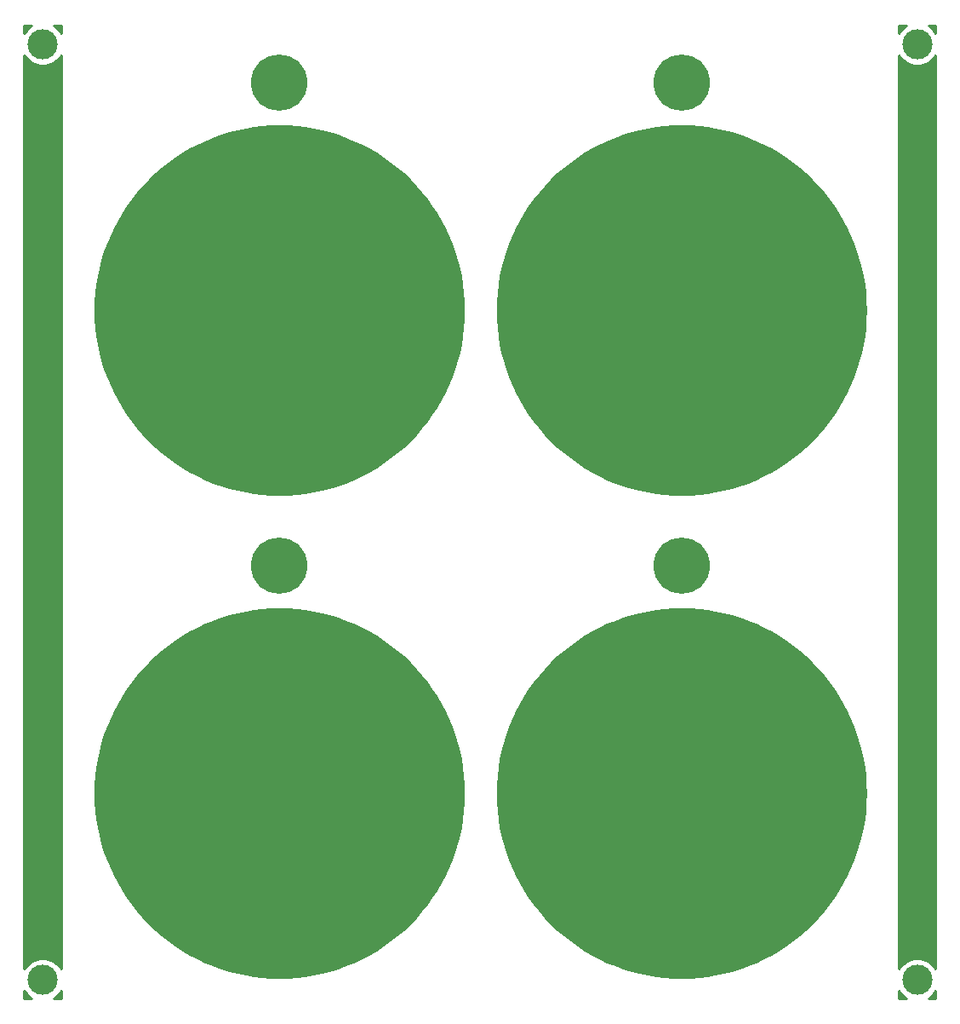
<source format=gtl>
%MOIN*%
%OFA0B0*%
%FSLAX46Y46*%
%IPPOS*%
%LPD*%
%ADD10C,0.22047244094488189*%
%ADD11C,0.01*%
%ADD22C,0.11811023622047245*%
%ADD23C,0.01*%
%ADD24C,0.22047244094488189*%
%ADD25C,0.01*%
%ADD26C,0.22047244094488189*%
%ADD27C,0.01*%
%ADD28C,0.22047244094488189*%
%ADD29C,0.01*%
%ADD30C,0.11811023622047245*%
%ADD31C,0.01*%
D10*
X0000314960Y0000118110D02*
X0001064960Y0001758110D03*
D11*
G36*
X0001098212Y0001587340D02*
G01*
X0001131393Y0001585037D01*
X0001164433Y0001581204D01*
X0001197260Y0001575849D01*
X0001229804Y0001568984D01*
X0001261998Y0001560623D01*
X0001293769Y0001550784D01*
X0001325053Y0001539489D01*
X0001355783Y0001526760D01*
X0001385891Y0001512626D01*
X0001415315Y0001497117D01*
X0001443991Y0001480265D01*
X0001471857Y0001462107D01*
X0001498856Y0001442681D01*
X0001524929Y0001422029D01*
X0001550020Y0001400195D01*
X0001574076Y0001377226D01*
X0001597046Y0001353170D01*
X0001618880Y0001328078D01*
X0001639531Y0001302006D01*
X0001658957Y0001275007D01*
X0001677115Y0001247141D01*
X0001693967Y0001218465D01*
X0001709477Y0001189041D01*
X0001723610Y0001158932D01*
X0001736339Y0001128203D01*
X0001747635Y0001096919D01*
X0001757473Y0001065147D01*
X0001765834Y0001032953D01*
X0001772700Y0001000409D01*
X0001778054Y0000967583D01*
X0001781887Y0000934543D01*
X0001784191Y0000901362D01*
X0001784959Y0000868110D01*
X0001784191Y0000834858D01*
X0001781887Y0000801677D01*
X0001778054Y0000768637D01*
X0001772700Y0000735810D01*
X0001765834Y0000703266D01*
X0001757473Y0000671072D01*
X0001747635Y0000639301D01*
X0001736339Y0000608017D01*
X0001723610Y0000577287D01*
X0001709477Y0000547179D01*
X0001693967Y0000517755D01*
X0001677115Y0000489079D01*
X0001658957Y0000461213D01*
X0001639531Y0000434213D01*
X0001618880Y0000408141D01*
X0001597046Y0000383050D01*
X0001574076Y0000358994D01*
X0001550020Y0000336024D01*
X0001524929Y0000314190D01*
X0001498856Y0000293539D01*
X0001471857Y0000274112D01*
X0001443991Y0000255955D01*
X0001415315Y0000239103D01*
X0001385891Y0000223593D01*
X0001355783Y0000209459D01*
X0001325053Y0000196731D01*
X0001293769Y0000185435D01*
X0001261998Y0000175597D01*
X0001229804Y0000167236D01*
X0001197260Y0000160370D01*
X0001164433Y0000155016D01*
X0001131393Y0000151182D01*
X0001098212Y0000148879D01*
X0001064960Y0000148111D01*
X0001031708Y0000148879D01*
X0000998527Y0000151182D01*
X0000965487Y0000155016D01*
X0000932661Y0000160370D01*
X0000900116Y0000167236D01*
X0000867923Y0000175597D01*
X0000836151Y0000185435D01*
X0000804867Y0000196731D01*
X0000774137Y0000209459D01*
X0000744029Y0000223593D01*
X0000714605Y0000239103D01*
X0000685929Y0000255955D01*
X0000658063Y0000274112D01*
X0000631064Y0000293539D01*
X0000604991Y0000314190D01*
X0000579900Y0000336024D01*
X0000555844Y0000358994D01*
X0000532875Y0000383050D01*
X0000511041Y0000408141D01*
X0000490389Y0000434213D01*
X0000470963Y0000461213D01*
X0000452805Y0000489079D01*
X0000435953Y0000517755D01*
X0000420444Y0000547179D01*
X0000406310Y0000577287D01*
X0000393581Y0000608017D01*
X0000382286Y0000639301D01*
X0000372447Y0000671072D01*
X0000364086Y0000703266D01*
X0000357221Y0000735810D01*
X0000351866Y0000768637D01*
X0000348033Y0000801677D01*
X0000345730Y0000834858D01*
X0000344961Y0000868110D01*
X0000345730Y0000901362D01*
X0000348033Y0000934543D01*
X0000351866Y0000967583D01*
X0000357221Y0001000409D01*
X0000364086Y0001032953D01*
X0000372447Y0001065147D01*
X0000382286Y0001096919D01*
X0000393581Y0001128203D01*
X0000406310Y0001158932D01*
X0000420444Y0001189041D01*
X0000435953Y0001218465D01*
X0000452805Y0001247141D01*
X0000470963Y0001275007D01*
X0000490389Y0001302006D01*
X0000511041Y0001328078D01*
X0000532875Y0001353170D01*
X0000555844Y0001377226D01*
X0000579900Y0001400195D01*
X0000604991Y0001422029D01*
X0000631064Y0001442681D01*
X0000658063Y0001462107D01*
X0000685929Y0001480265D01*
X0000714605Y0001497117D01*
X0000744029Y0001512626D01*
X0000774137Y0001526760D01*
X0000804867Y0001539489D01*
X0000836151Y0001550784D01*
X0000867923Y0001560623D01*
X0000900116Y0001568984D01*
X0000932661Y0001575849D01*
X0000965487Y0001581204D01*
X0000998527Y0001585037D01*
X0001031708Y0001587340D01*
X0001064960Y0001588108D01*
X0001098212Y0001587340D01*
G37*
X0001098212Y0001587340D02*
X0001131393Y0001585037D01*
X0001164433Y0001581204D01*
X0001197260Y0001575849D01*
X0001229804Y0001568984D01*
X0001261998Y0001560623D01*
X0001293769Y0001550784D01*
X0001325053Y0001539489D01*
X0001355783Y0001526760D01*
X0001385891Y0001512626D01*
X0001415315Y0001497117D01*
X0001443991Y0001480265D01*
X0001471857Y0001462107D01*
X0001498856Y0001442681D01*
X0001524929Y0001422029D01*
X0001550020Y0001400195D01*
X0001574076Y0001377226D01*
X0001597046Y0001353170D01*
X0001618880Y0001328078D01*
X0001639531Y0001302006D01*
X0001658957Y0001275007D01*
X0001677115Y0001247141D01*
X0001693967Y0001218465D01*
X0001709477Y0001189041D01*
X0001723610Y0001158932D01*
X0001736339Y0001128203D01*
X0001747635Y0001096919D01*
X0001757473Y0001065147D01*
X0001765834Y0001032953D01*
X0001772700Y0001000409D01*
X0001778054Y0000967583D01*
X0001781887Y0000934543D01*
X0001784191Y0000901362D01*
X0001784959Y0000868110D01*
X0001784191Y0000834858D01*
X0001781887Y0000801677D01*
X0001778054Y0000768637D01*
X0001772700Y0000735810D01*
X0001765834Y0000703266D01*
X0001757473Y0000671072D01*
X0001747635Y0000639301D01*
X0001736339Y0000608017D01*
X0001723610Y0000577287D01*
X0001709477Y0000547179D01*
X0001693967Y0000517755D01*
X0001677115Y0000489079D01*
X0001658957Y0000461213D01*
X0001639531Y0000434213D01*
X0001618880Y0000408141D01*
X0001597046Y0000383050D01*
X0001574076Y0000358994D01*
X0001550020Y0000336024D01*
X0001524929Y0000314190D01*
X0001498856Y0000293539D01*
X0001471857Y0000274112D01*
X0001443991Y0000255955D01*
X0001415315Y0000239103D01*
X0001385891Y0000223593D01*
X0001355783Y0000209459D01*
X0001325053Y0000196731D01*
X0001293769Y0000185435D01*
X0001261998Y0000175597D01*
X0001229804Y0000167236D01*
X0001197260Y0000160370D01*
X0001164433Y0000155016D01*
X0001131393Y0000151182D01*
X0001098212Y0000148879D01*
X0001064960Y0000148111D01*
X0001031708Y0000148879D01*
X0000998527Y0000151182D01*
X0000965487Y0000155016D01*
X0000932661Y0000160370D01*
X0000900116Y0000167236D01*
X0000867923Y0000175597D01*
X0000836151Y0000185435D01*
X0000804867Y0000196731D01*
X0000774137Y0000209459D01*
X0000744029Y0000223593D01*
X0000714605Y0000239103D01*
X0000685929Y0000255955D01*
X0000658063Y0000274112D01*
X0000631064Y0000293539D01*
X0000604991Y0000314190D01*
X0000579900Y0000336024D01*
X0000555844Y0000358994D01*
X0000532875Y0000383050D01*
X0000511041Y0000408141D01*
X0000490389Y0000434213D01*
X0000470963Y0000461213D01*
X0000452805Y0000489079D01*
X0000435953Y0000517755D01*
X0000420444Y0000547179D01*
X0000406310Y0000577287D01*
X0000393581Y0000608017D01*
X0000382286Y0000639301D01*
X0000372447Y0000671072D01*
X0000364086Y0000703266D01*
X0000357221Y0000735810D01*
X0000351866Y0000768637D01*
X0000348033Y0000801677D01*
X0000345730Y0000834858D01*
X0000344961Y0000868110D01*
X0000345730Y0000901362D01*
X0000348033Y0000934543D01*
X0000351866Y0000967583D01*
X0000357221Y0001000409D01*
X0000364086Y0001032953D01*
X0000372447Y0001065147D01*
X0000382286Y0001096919D01*
X0000393581Y0001128203D01*
X0000406310Y0001158932D01*
X0000420444Y0001189041D01*
X0000435953Y0001218465D01*
X0000452805Y0001247141D01*
X0000470963Y0001275007D01*
X0000490389Y0001302006D01*
X0000511041Y0001328078D01*
X0000532875Y0001353170D01*
X0000555844Y0001377226D01*
X0000579900Y0001400195D01*
X0000604991Y0001422029D01*
X0000631064Y0001442681D01*
X0000658063Y0001462107D01*
X0000685929Y0001480265D01*
X0000714605Y0001497117D01*
X0000744029Y0001512626D01*
X0000774137Y0001526760D01*
X0000804867Y0001539489D01*
X0000836151Y0001550784D01*
X0000867923Y0001560623D01*
X0000900116Y0001568984D01*
X0000932661Y0001575849D01*
X0000965487Y0001581204D01*
X0000998527Y0001585037D01*
X0001031708Y0001587340D01*
X0001064960Y0001588108D01*
X0001098212Y0001587340D01*
G04 next file*
G04 #@! TF.GenerationSoftware,KiCad,Pcbnew,(5.1.5)-3*
G04 #@! TF.CreationDate,2019-12-21T19:25:36-08:00*
G04 #@! TF.ProjectId,mole-small-frame-A,6d6f6c65-2d73-46d6-916c-6c2d6672616d,rev?*
G04 #@! TF.SameCoordinates,Original*
G04 #@! TF.FileFunction,Copper,L1,Top*
G04 #@! TF.FilePolarity,Positive*
G04 Gerber Fmt 4.6, Leading zero omitted, Abs format (unit mm)*
G04 Created by KiCad (PCBNEW (5.1.5)-3) date 2019-12-21 19:25:36*
G04 APERTURE LIST*
G04 APERTURE END LIST*
D22*
X0000039370Y0000039370D02*
X0000137795Y0000137795D03*
X0000137795Y0003799212D03*
D23*
G36*
X0000072505Y0000084213D02*
G01*
X0000084213Y0000072505D01*
X0000094915Y0000065354D01*
X0000065354Y0000065354D01*
X0000065354Y0000094915D01*
X0000072505Y0000084213D01*
G37*
X0000072505Y0000084213D02*
X0000084213Y0000072505D01*
X0000094915Y0000065354D01*
X0000065354Y0000065354D01*
X0000065354Y0000094915D01*
X0000072505Y0000084213D01*
G36*
X0000210236Y0000065354D02*
G01*
X0000180674Y0000065354D01*
X0000191377Y0000072505D01*
X0000203085Y0000084213D01*
X0000210236Y0000094915D01*
X0000210236Y0000065354D01*
G37*
X0000210236Y0000065354D02*
X0000180674Y0000065354D01*
X0000191377Y0000072505D01*
X0000203085Y0000084213D01*
X0000210236Y0000094915D01*
X0000210236Y0000065354D01*
G36*
X0000210236Y0000180674D02*
G01*
X0000203085Y0000191377D01*
X0000191377Y0000203085D01*
X0000177610Y0000212283D01*
X0000162313Y0000218620D01*
X0000146073Y0000221850D01*
X0000129516Y0000221850D01*
X0000113277Y0000218620D01*
X0000097980Y0000212283D01*
X0000084213Y0000203085D01*
X0000072505Y0000191377D01*
X0000065354Y0000180674D01*
X0000065354Y0003756332D01*
X0000072505Y0003745630D01*
X0000084213Y0003733922D01*
X0000097980Y0003724723D01*
X0000113277Y0003718387D01*
X0000129516Y0003715157D01*
X0000146073Y0003715157D01*
X0000162313Y0003718387D01*
X0000177610Y0003724723D01*
X0000191377Y0003733922D01*
X0000203085Y0003745630D01*
X0000210236Y0003756332D01*
X0000210236Y0000180674D01*
G37*
X0000210236Y0000180674D02*
X0000203085Y0000191377D01*
X0000191377Y0000203085D01*
X0000177610Y0000212283D01*
X0000162313Y0000218620D01*
X0000146073Y0000221850D01*
X0000129516Y0000221850D01*
X0000113277Y0000218620D01*
X0000097980Y0000212283D01*
X0000084213Y0000203085D01*
X0000072505Y0000191377D01*
X0000065354Y0000180674D01*
X0000065354Y0003756332D01*
X0000072505Y0003745630D01*
X0000084213Y0003733922D01*
X0000097980Y0003724723D01*
X0000113277Y0003718387D01*
X0000129516Y0003715157D01*
X0000146073Y0003715157D01*
X0000162313Y0003718387D01*
X0000177610Y0003724723D01*
X0000191377Y0003733922D01*
X0000203085Y0003745630D01*
X0000210236Y0003756332D01*
X0000210236Y0000180674D01*
G36*
X0000084213Y0003864502D02*
G01*
X0000072505Y0003852794D01*
X0000065354Y0003842092D01*
X0000065354Y0003871653D01*
X0000094915Y0003871653D01*
X0000084213Y0003864502D01*
G37*
X0000084213Y0003864502D02*
X0000072505Y0003852794D01*
X0000065354Y0003842092D01*
X0000065354Y0003871653D01*
X0000094915Y0003871653D01*
X0000084213Y0003864502D01*
G36*
X0000210236Y0003842092D02*
G01*
X0000203085Y0003852794D01*
X0000191377Y0003864502D01*
X0000180674Y0003871653D01*
X0000210236Y0003871653D01*
X0000210236Y0003842092D01*
G37*
X0000210236Y0003842092D02*
X0000203085Y0003852794D01*
X0000191377Y0003864502D01*
X0000180674Y0003871653D01*
X0000210236Y0003871653D01*
X0000210236Y0003842092D01*
G04 next file*
G04 #@! TF.GenerationSoftware,KiCad,Pcbnew,(5.1.5)-3*
G04 #@! TF.CreationDate,2019-12-21T18:44:43-08:00*
G04 #@! TF.ProjectId,mole_keychain,6d6f6c65-5f6b-4657-9963-6861696e2e6b,A*
G04 #@! TF.SameCoordinates,Original*
G04 #@! TF.FileFunction,Copper,L1,Top*
G04 #@! TF.FilePolarity,Positive*
G04 Gerber Fmt 4.6, Leading zero omitted, Abs format (unit mm)*
G04 Created by KiCad (PCBNEW (5.1.5)-3) date 2019-12-21 18:44:43*
G04 APERTURE LIST*
G04 APERTURE END LIST*
D24*
X0000314960Y0002007874D02*
X0001064960Y0003647874D03*
D25*
G36*
X0001098212Y0003477104D02*
G01*
X0001131393Y0003474801D01*
X0001164433Y0003470968D01*
X0001197260Y0003465613D01*
X0001229804Y0003458748D01*
X0001261998Y0003450387D01*
X0001293769Y0003440548D01*
X0001325053Y0003429252D01*
X0001355783Y0003416524D01*
X0001385891Y0003402390D01*
X0001415315Y0003386880D01*
X0001443991Y0003370029D01*
X0001471857Y0003351871D01*
X0001498856Y0003332445D01*
X0001524929Y0003311793D01*
X0001550020Y0003289959D01*
X0001574076Y0003266989D01*
X0001597046Y0003242934D01*
X0001618880Y0003217842D01*
X0001639531Y0003191770D01*
X0001658957Y0003164771D01*
X0001677115Y0003136904D01*
X0001693967Y0003108228D01*
X0001709477Y0003078804D01*
X0001723610Y0003048696D01*
X0001736339Y0003017967D01*
X0001747635Y0002986683D01*
X0001757473Y0002954911D01*
X0001765834Y0002922717D01*
X0001772700Y0002890173D01*
X0001778054Y0002857346D01*
X0001781887Y0002824306D01*
X0001784191Y0002791126D01*
X0001784959Y0002757874D01*
X0001784191Y0002724621D01*
X0001781887Y0002691441D01*
X0001778054Y0002658401D01*
X0001772700Y0002625574D01*
X0001765834Y0002593030D01*
X0001757473Y0002560836D01*
X0001747635Y0002529065D01*
X0001736339Y0002497780D01*
X0001723610Y0002467051D01*
X0001709477Y0002436943D01*
X0001693967Y0002407519D01*
X0001677115Y0002378843D01*
X0001658957Y0002350976D01*
X0001639531Y0002323977D01*
X0001618880Y0002297905D01*
X0001597046Y0002272814D01*
X0001574076Y0002248758D01*
X0001550020Y0002225788D01*
X0001524929Y0002203954D01*
X0001498856Y0002183302D01*
X0001471857Y0002163876D01*
X0001443991Y0002145719D01*
X0001415315Y0002128867D01*
X0001385891Y0002113357D01*
X0001355783Y0002099223D01*
X0001325053Y0002086495D01*
X0001293769Y0002075199D01*
X0001261998Y0002065360D01*
X0001229804Y0002056999D01*
X0001197260Y0002050134D01*
X0001164433Y0002044779D01*
X0001131393Y0002040946D01*
X0001098212Y0002038643D01*
X0001064960Y0002037875D01*
X0001031708Y0002038643D01*
X0000998527Y0002040946D01*
X0000965487Y0002044779D01*
X0000932661Y0002050134D01*
X0000900116Y0002056999D01*
X0000867923Y0002065360D01*
X0000836151Y0002075199D01*
X0000804867Y0002086495D01*
X0000774137Y0002099223D01*
X0000744029Y0002113357D01*
X0000714605Y0002128867D01*
X0000685929Y0002145719D01*
X0000658063Y0002163876D01*
X0000631064Y0002183302D01*
X0000604991Y0002203954D01*
X0000579900Y0002225788D01*
X0000555844Y0002248758D01*
X0000532875Y0002272814D01*
X0000511041Y0002297905D01*
X0000490389Y0002323977D01*
X0000470963Y0002350976D01*
X0000452805Y0002378843D01*
X0000435953Y0002407519D01*
X0000420444Y0002436943D01*
X0000406310Y0002467051D01*
X0000393581Y0002497780D01*
X0000382286Y0002529065D01*
X0000372447Y0002560836D01*
X0000364086Y0002593030D01*
X0000357221Y0002625574D01*
X0000351866Y0002658401D01*
X0000348033Y0002691441D01*
X0000345730Y0002724621D01*
X0000344961Y0002757874D01*
X0000345730Y0002791126D01*
X0000348033Y0002824306D01*
X0000351866Y0002857346D01*
X0000357221Y0002890173D01*
X0000364086Y0002922717D01*
X0000372447Y0002954911D01*
X0000382286Y0002986683D01*
X0000393581Y0003017967D01*
X0000406310Y0003048696D01*
X0000420444Y0003078804D01*
X0000435953Y0003108228D01*
X0000452805Y0003136904D01*
X0000470963Y0003164771D01*
X0000490389Y0003191770D01*
X0000511041Y0003217842D01*
X0000532875Y0003242934D01*
X0000555844Y0003266989D01*
X0000579900Y0003289959D01*
X0000604991Y0003311793D01*
X0000631064Y0003332445D01*
X0000658063Y0003351871D01*
X0000685929Y0003370029D01*
X0000714605Y0003386880D01*
X0000744029Y0003402390D01*
X0000774137Y0003416524D01*
X0000804867Y0003429252D01*
X0000836151Y0003440548D01*
X0000867923Y0003450387D01*
X0000900116Y0003458748D01*
X0000932661Y0003465613D01*
X0000965487Y0003470968D01*
X0000998527Y0003474801D01*
X0001031708Y0003477104D01*
X0001064960Y0003477872D01*
X0001098212Y0003477104D01*
G37*
X0001098212Y0003477104D02*
X0001131393Y0003474801D01*
X0001164433Y0003470968D01*
X0001197260Y0003465613D01*
X0001229804Y0003458748D01*
X0001261998Y0003450387D01*
X0001293769Y0003440548D01*
X0001325053Y0003429252D01*
X0001355783Y0003416524D01*
X0001385891Y0003402390D01*
X0001415315Y0003386880D01*
X0001443991Y0003370029D01*
X0001471857Y0003351871D01*
X0001498856Y0003332445D01*
X0001524929Y0003311793D01*
X0001550020Y0003289959D01*
X0001574076Y0003266989D01*
X0001597046Y0003242934D01*
X0001618880Y0003217842D01*
X0001639531Y0003191770D01*
X0001658957Y0003164771D01*
X0001677115Y0003136904D01*
X0001693967Y0003108228D01*
X0001709477Y0003078804D01*
X0001723610Y0003048696D01*
X0001736339Y0003017967D01*
X0001747635Y0002986683D01*
X0001757473Y0002954911D01*
X0001765834Y0002922717D01*
X0001772700Y0002890173D01*
X0001778054Y0002857346D01*
X0001781887Y0002824306D01*
X0001784191Y0002791126D01*
X0001784959Y0002757874D01*
X0001784191Y0002724621D01*
X0001781887Y0002691441D01*
X0001778054Y0002658401D01*
X0001772700Y0002625574D01*
X0001765834Y0002593030D01*
X0001757473Y0002560836D01*
X0001747635Y0002529065D01*
X0001736339Y0002497780D01*
X0001723610Y0002467051D01*
X0001709477Y0002436943D01*
X0001693967Y0002407519D01*
X0001677115Y0002378843D01*
X0001658957Y0002350976D01*
X0001639531Y0002323977D01*
X0001618880Y0002297905D01*
X0001597046Y0002272814D01*
X0001574076Y0002248758D01*
X0001550020Y0002225788D01*
X0001524929Y0002203954D01*
X0001498856Y0002183302D01*
X0001471857Y0002163876D01*
X0001443991Y0002145719D01*
X0001415315Y0002128867D01*
X0001385891Y0002113357D01*
X0001355783Y0002099223D01*
X0001325053Y0002086495D01*
X0001293769Y0002075199D01*
X0001261998Y0002065360D01*
X0001229804Y0002056999D01*
X0001197260Y0002050134D01*
X0001164433Y0002044779D01*
X0001131393Y0002040946D01*
X0001098212Y0002038643D01*
X0001064960Y0002037875D01*
X0001031708Y0002038643D01*
X0000998527Y0002040946D01*
X0000965487Y0002044779D01*
X0000932661Y0002050134D01*
X0000900116Y0002056999D01*
X0000867923Y0002065360D01*
X0000836151Y0002075199D01*
X0000804867Y0002086495D01*
X0000774137Y0002099223D01*
X0000744029Y0002113357D01*
X0000714605Y0002128867D01*
X0000685929Y0002145719D01*
X0000658063Y0002163876D01*
X0000631064Y0002183302D01*
X0000604991Y0002203954D01*
X0000579900Y0002225788D01*
X0000555844Y0002248758D01*
X0000532875Y0002272814D01*
X0000511041Y0002297905D01*
X0000490389Y0002323977D01*
X0000470963Y0002350976D01*
X0000452805Y0002378843D01*
X0000435953Y0002407519D01*
X0000420444Y0002436943D01*
X0000406310Y0002467051D01*
X0000393581Y0002497780D01*
X0000382286Y0002529065D01*
X0000372447Y0002560836D01*
X0000364086Y0002593030D01*
X0000357221Y0002625574D01*
X0000351866Y0002658401D01*
X0000348033Y0002691441D01*
X0000345730Y0002724621D01*
X0000344961Y0002757874D01*
X0000345730Y0002791126D01*
X0000348033Y0002824306D01*
X0000351866Y0002857346D01*
X0000357221Y0002890173D01*
X0000364086Y0002922717D01*
X0000372447Y0002954911D01*
X0000382286Y0002986683D01*
X0000393581Y0003017967D01*
X0000406310Y0003048696D01*
X0000420444Y0003078804D01*
X0000435953Y0003108228D01*
X0000452805Y0003136904D01*
X0000470963Y0003164771D01*
X0000490389Y0003191770D01*
X0000511041Y0003217842D01*
X0000532875Y0003242934D01*
X0000555844Y0003266989D01*
X0000579900Y0003289959D01*
X0000604991Y0003311793D01*
X0000631064Y0003332445D01*
X0000658063Y0003351871D01*
X0000685929Y0003370029D01*
X0000714605Y0003386880D01*
X0000744029Y0003402390D01*
X0000774137Y0003416524D01*
X0000804867Y0003429252D01*
X0000836151Y0003440548D01*
X0000867923Y0003450387D01*
X0000900116Y0003458748D01*
X0000932661Y0003465613D01*
X0000965487Y0003470968D01*
X0000998527Y0003474801D01*
X0001031708Y0003477104D01*
X0001064960Y0003477872D01*
X0001098212Y0003477104D01*
G04 next file*
G04 #@! TF.GenerationSoftware,KiCad,Pcbnew,(5.1.5)-3*
G04 #@! TF.CreationDate,2019-12-21T18:44:43-08:00*
G04 #@! TF.ProjectId,mole_keychain,6d6f6c65-5f6b-4657-9963-6861696e2e6b,A*
G04 #@! TF.SameCoordinates,Original*
G04 #@! TF.FileFunction,Copper,L1,Top*
G04 #@! TF.FilePolarity,Positive*
G04 Gerber Fmt 4.6, Leading zero omitted, Abs format (unit mm)*
G04 Created by KiCad (PCBNEW (5.1.5)-3) date 2019-12-21 18:44:43*
G04 APERTURE LIST*
G04 APERTURE END LIST*
D26*
X0001889763Y0002007874D02*
X0002639763Y0003647874D03*
D27*
G36*
X0002673015Y0003477104D02*
G01*
X0002706196Y0003474801D01*
X0002739236Y0003470968D01*
X0002772063Y0003465613D01*
X0002804607Y0003458748D01*
X0002836801Y0003450387D01*
X0002868572Y0003440548D01*
X0002899856Y0003429252D01*
X0002930586Y0003416524D01*
X0002960694Y0003402390D01*
X0002990118Y0003386880D01*
X0003018794Y0003370029D01*
X0003046660Y0003351871D01*
X0003073660Y0003332445D01*
X0003099732Y0003311793D01*
X0003124823Y0003289959D01*
X0003148879Y0003266989D01*
X0003171849Y0003242934D01*
X0003193683Y0003217842D01*
X0003214335Y0003191770D01*
X0003233761Y0003164771D01*
X0003251918Y0003136904D01*
X0003268770Y0003108228D01*
X0003284280Y0003078804D01*
X0003298414Y0003048696D01*
X0003311142Y0003017967D01*
X0003322438Y0002986683D01*
X0003332276Y0002954911D01*
X0003340637Y0002922717D01*
X0003347503Y0002890173D01*
X0003352857Y0002857346D01*
X0003356691Y0002824306D01*
X0003358994Y0002791126D01*
X0003359762Y0002757874D01*
X0003358994Y0002724621D01*
X0003356691Y0002691441D01*
X0003352857Y0002658401D01*
X0003347503Y0002625574D01*
X0003340637Y0002593030D01*
X0003332276Y0002560836D01*
X0003322438Y0002529065D01*
X0003311142Y0002497780D01*
X0003298414Y0002467051D01*
X0003284280Y0002436943D01*
X0003268770Y0002407519D01*
X0003251918Y0002378843D01*
X0003233761Y0002350976D01*
X0003214335Y0002323977D01*
X0003193683Y0002297905D01*
X0003171849Y0002272814D01*
X0003148879Y0002248758D01*
X0003124823Y0002225788D01*
X0003099732Y0002203954D01*
X0003073660Y0002183302D01*
X0003046660Y0002163876D01*
X0003018794Y0002145719D01*
X0002990118Y0002128867D01*
X0002960694Y0002113357D01*
X0002930586Y0002099223D01*
X0002899856Y0002086495D01*
X0002868572Y0002075199D01*
X0002836801Y0002065360D01*
X0002804607Y0002056999D01*
X0002772063Y0002050134D01*
X0002739236Y0002044779D01*
X0002706196Y0002040946D01*
X0002673015Y0002038643D01*
X0002639763Y0002037875D01*
X0002606511Y0002038643D01*
X0002573330Y0002040946D01*
X0002540290Y0002044779D01*
X0002507464Y0002050134D01*
X0002474920Y0002056999D01*
X0002442726Y0002065360D01*
X0002410954Y0002075199D01*
X0002379670Y0002086495D01*
X0002348941Y0002099223D01*
X0002318832Y0002113357D01*
X0002289408Y0002128867D01*
X0002260732Y0002145719D01*
X0002232866Y0002163876D01*
X0002205867Y0002183302D01*
X0002179795Y0002203954D01*
X0002154703Y0002225788D01*
X0002130647Y0002248758D01*
X0002107678Y0002272814D01*
X0002085844Y0002297905D01*
X0002065192Y0002323977D01*
X0002045766Y0002350976D01*
X0002027608Y0002378843D01*
X0002010756Y0002407519D01*
X0001995247Y0002436943D01*
X0001981113Y0002467051D01*
X0001968384Y0002497780D01*
X0001957089Y0002529065D01*
X0001947250Y0002560836D01*
X0001938889Y0002593030D01*
X0001932024Y0002625574D01*
X0001926669Y0002658401D01*
X0001922836Y0002691441D01*
X0001920533Y0002724621D01*
X0001919765Y0002757874D01*
X0001920533Y0002791126D01*
X0001922836Y0002824306D01*
X0001926669Y0002857346D01*
X0001932024Y0002890173D01*
X0001938889Y0002922717D01*
X0001947250Y0002954911D01*
X0001957089Y0002986683D01*
X0001968384Y0003017967D01*
X0001981113Y0003048696D01*
X0001995247Y0003078804D01*
X0002010756Y0003108228D01*
X0002027608Y0003136904D01*
X0002045766Y0003164771D01*
X0002065192Y0003191770D01*
X0002085844Y0003217842D01*
X0002107678Y0003242934D01*
X0002130647Y0003266989D01*
X0002154703Y0003289959D01*
X0002179795Y0003311793D01*
X0002205867Y0003332445D01*
X0002232866Y0003351871D01*
X0002260732Y0003370029D01*
X0002289408Y0003386880D01*
X0002318832Y0003402390D01*
X0002348941Y0003416524D01*
X0002379670Y0003429252D01*
X0002410954Y0003440548D01*
X0002442726Y0003450387D01*
X0002474920Y0003458748D01*
X0002507464Y0003465613D01*
X0002540290Y0003470968D01*
X0002573330Y0003474801D01*
X0002606511Y0003477104D01*
X0002639763Y0003477872D01*
X0002673015Y0003477104D01*
G37*
X0002673015Y0003477104D02*
X0002706196Y0003474801D01*
X0002739236Y0003470968D01*
X0002772063Y0003465613D01*
X0002804607Y0003458748D01*
X0002836801Y0003450387D01*
X0002868572Y0003440548D01*
X0002899856Y0003429252D01*
X0002930586Y0003416524D01*
X0002960694Y0003402390D01*
X0002990118Y0003386880D01*
X0003018794Y0003370029D01*
X0003046660Y0003351871D01*
X0003073660Y0003332445D01*
X0003099732Y0003311793D01*
X0003124823Y0003289959D01*
X0003148879Y0003266989D01*
X0003171849Y0003242934D01*
X0003193683Y0003217842D01*
X0003214335Y0003191770D01*
X0003233761Y0003164771D01*
X0003251918Y0003136904D01*
X0003268770Y0003108228D01*
X0003284280Y0003078804D01*
X0003298414Y0003048696D01*
X0003311142Y0003017967D01*
X0003322438Y0002986683D01*
X0003332276Y0002954911D01*
X0003340637Y0002922717D01*
X0003347503Y0002890173D01*
X0003352857Y0002857346D01*
X0003356691Y0002824306D01*
X0003358994Y0002791126D01*
X0003359762Y0002757874D01*
X0003358994Y0002724621D01*
X0003356691Y0002691441D01*
X0003352857Y0002658401D01*
X0003347503Y0002625574D01*
X0003340637Y0002593030D01*
X0003332276Y0002560836D01*
X0003322438Y0002529065D01*
X0003311142Y0002497780D01*
X0003298414Y0002467051D01*
X0003284280Y0002436943D01*
X0003268770Y0002407519D01*
X0003251918Y0002378843D01*
X0003233761Y0002350976D01*
X0003214335Y0002323977D01*
X0003193683Y0002297905D01*
X0003171849Y0002272814D01*
X0003148879Y0002248758D01*
X0003124823Y0002225788D01*
X0003099732Y0002203954D01*
X0003073660Y0002183302D01*
X0003046660Y0002163876D01*
X0003018794Y0002145719D01*
X0002990118Y0002128867D01*
X0002960694Y0002113357D01*
X0002930586Y0002099223D01*
X0002899856Y0002086495D01*
X0002868572Y0002075199D01*
X0002836801Y0002065360D01*
X0002804607Y0002056999D01*
X0002772063Y0002050134D01*
X0002739236Y0002044779D01*
X0002706196Y0002040946D01*
X0002673015Y0002038643D01*
X0002639763Y0002037875D01*
X0002606511Y0002038643D01*
X0002573330Y0002040946D01*
X0002540290Y0002044779D01*
X0002507464Y0002050134D01*
X0002474920Y0002056999D01*
X0002442726Y0002065360D01*
X0002410954Y0002075199D01*
X0002379670Y0002086495D01*
X0002348941Y0002099223D01*
X0002318832Y0002113357D01*
X0002289408Y0002128867D01*
X0002260732Y0002145719D01*
X0002232866Y0002163876D01*
X0002205867Y0002183302D01*
X0002179795Y0002203954D01*
X0002154703Y0002225788D01*
X0002130647Y0002248758D01*
X0002107678Y0002272814D01*
X0002085844Y0002297905D01*
X0002065192Y0002323977D01*
X0002045766Y0002350976D01*
X0002027608Y0002378843D01*
X0002010756Y0002407519D01*
X0001995247Y0002436943D01*
X0001981113Y0002467051D01*
X0001968384Y0002497780D01*
X0001957089Y0002529065D01*
X0001947250Y0002560836D01*
X0001938889Y0002593030D01*
X0001932024Y0002625574D01*
X0001926669Y0002658401D01*
X0001922836Y0002691441D01*
X0001920533Y0002724621D01*
X0001919765Y0002757874D01*
X0001920533Y0002791126D01*
X0001922836Y0002824306D01*
X0001926669Y0002857346D01*
X0001932024Y0002890173D01*
X0001938889Y0002922717D01*
X0001947250Y0002954911D01*
X0001957089Y0002986683D01*
X0001968384Y0003017967D01*
X0001981113Y0003048696D01*
X0001995247Y0003078804D01*
X0002010756Y0003108228D01*
X0002027608Y0003136904D01*
X0002045766Y0003164771D01*
X0002065192Y0003191770D01*
X0002085844Y0003217842D01*
X0002107678Y0003242934D01*
X0002130647Y0003266989D01*
X0002154703Y0003289959D01*
X0002179795Y0003311793D01*
X0002205867Y0003332445D01*
X0002232866Y0003351871D01*
X0002260732Y0003370029D01*
X0002289408Y0003386880D01*
X0002318832Y0003402390D01*
X0002348941Y0003416524D01*
X0002379670Y0003429252D01*
X0002410954Y0003440548D01*
X0002442726Y0003450387D01*
X0002474920Y0003458748D01*
X0002507464Y0003465613D01*
X0002540290Y0003470968D01*
X0002573330Y0003474801D01*
X0002606511Y0003477104D01*
X0002639763Y0003477872D01*
X0002673015Y0003477104D01*
G04 next file*
G04 #@! TF.GenerationSoftware,KiCad,Pcbnew,(5.1.5)-3*
G04 #@! TF.CreationDate,2019-12-21T18:44:43-08:00*
G04 #@! TF.ProjectId,mole_keychain,6d6f6c65-5f6b-4657-9963-6861696e2e6b,A*
G04 #@! TF.SameCoordinates,Original*
G04 #@! TF.FileFunction,Copper,L1,Top*
G04 #@! TF.FilePolarity,Positive*
G04 Gerber Fmt 4.6, Leading zero omitted, Abs format (unit mm)*
G04 Created by KiCad (PCBNEW (5.1.5)-3) date 2019-12-21 18:44:43*
G04 APERTURE LIST*
G04 APERTURE END LIST*
D28*
X0001889763Y0000118110D02*
X0002639763Y0001758110D03*
D29*
G36*
X0002673015Y0001587340D02*
G01*
X0002706196Y0001585037D01*
X0002739236Y0001581204D01*
X0002772063Y0001575849D01*
X0002804607Y0001568984D01*
X0002836801Y0001560623D01*
X0002868572Y0001550784D01*
X0002899856Y0001539489D01*
X0002930586Y0001526760D01*
X0002960694Y0001512626D01*
X0002990118Y0001497117D01*
X0003018794Y0001480265D01*
X0003046660Y0001462107D01*
X0003073660Y0001442681D01*
X0003099732Y0001422029D01*
X0003124823Y0001400195D01*
X0003148879Y0001377226D01*
X0003171849Y0001353170D01*
X0003193683Y0001328078D01*
X0003214335Y0001302006D01*
X0003233761Y0001275007D01*
X0003251918Y0001247141D01*
X0003268770Y0001218465D01*
X0003284280Y0001189041D01*
X0003298414Y0001158932D01*
X0003311142Y0001128203D01*
X0003322438Y0001096919D01*
X0003332276Y0001065147D01*
X0003340637Y0001032953D01*
X0003347503Y0001000409D01*
X0003352857Y0000967583D01*
X0003356691Y0000934543D01*
X0003358994Y0000901362D01*
X0003359762Y0000868110D01*
X0003358994Y0000834858D01*
X0003356691Y0000801677D01*
X0003352857Y0000768637D01*
X0003347503Y0000735810D01*
X0003340637Y0000703266D01*
X0003332276Y0000671072D01*
X0003322438Y0000639301D01*
X0003311142Y0000608017D01*
X0003298414Y0000577287D01*
X0003284280Y0000547179D01*
X0003268770Y0000517755D01*
X0003251918Y0000489079D01*
X0003233761Y0000461213D01*
X0003214335Y0000434213D01*
X0003193683Y0000408141D01*
X0003171849Y0000383050D01*
X0003148879Y0000358994D01*
X0003124823Y0000336024D01*
X0003099732Y0000314190D01*
X0003073660Y0000293539D01*
X0003046660Y0000274112D01*
X0003018794Y0000255955D01*
X0002990118Y0000239103D01*
X0002960694Y0000223593D01*
X0002930586Y0000209459D01*
X0002899856Y0000196731D01*
X0002868572Y0000185435D01*
X0002836801Y0000175597D01*
X0002804607Y0000167236D01*
X0002772063Y0000160370D01*
X0002739236Y0000155016D01*
X0002706196Y0000151182D01*
X0002673015Y0000148879D01*
X0002639763Y0000148111D01*
X0002606511Y0000148879D01*
X0002573330Y0000151182D01*
X0002540290Y0000155016D01*
X0002507464Y0000160370D01*
X0002474920Y0000167236D01*
X0002442726Y0000175597D01*
X0002410954Y0000185435D01*
X0002379670Y0000196731D01*
X0002348941Y0000209459D01*
X0002318832Y0000223593D01*
X0002289408Y0000239103D01*
X0002260732Y0000255955D01*
X0002232866Y0000274112D01*
X0002205867Y0000293539D01*
X0002179795Y0000314190D01*
X0002154703Y0000336024D01*
X0002130647Y0000358994D01*
X0002107678Y0000383050D01*
X0002085844Y0000408141D01*
X0002065192Y0000434213D01*
X0002045766Y0000461213D01*
X0002027608Y0000489079D01*
X0002010756Y0000517755D01*
X0001995247Y0000547179D01*
X0001981113Y0000577287D01*
X0001968384Y0000608017D01*
X0001957089Y0000639301D01*
X0001947250Y0000671072D01*
X0001938889Y0000703266D01*
X0001932024Y0000735810D01*
X0001926669Y0000768637D01*
X0001922836Y0000801677D01*
X0001920533Y0000834858D01*
X0001919765Y0000868110D01*
X0001920533Y0000901362D01*
X0001922836Y0000934543D01*
X0001926669Y0000967583D01*
X0001932024Y0001000409D01*
X0001938889Y0001032953D01*
X0001947250Y0001065147D01*
X0001957089Y0001096919D01*
X0001968384Y0001128203D01*
X0001981113Y0001158932D01*
X0001995247Y0001189041D01*
X0002010756Y0001218465D01*
X0002027608Y0001247141D01*
X0002045766Y0001275007D01*
X0002065192Y0001302006D01*
X0002085844Y0001328078D01*
X0002107678Y0001353170D01*
X0002130647Y0001377226D01*
X0002154703Y0001400195D01*
X0002179795Y0001422029D01*
X0002205867Y0001442681D01*
X0002232866Y0001462107D01*
X0002260732Y0001480265D01*
X0002289408Y0001497117D01*
X0002318832Y0001512626D01*
X0002348941Y0001526760D01*
X0002379670Y0001539489D01*
X0002410954Y0001550784D01*
X0002442726Y0001560623D01*
X0002474920Y0001568984D01*
X0002507464Y0001575849D01*
X0002540290Y0001581204D01*
X0002573330Y0001585037D01*
X0002606511Y0001587340D01*
X0002639763Y0001588108D01*
X0002673015Y0001587340D01*
G37*
X0002673015Y0001587340D02*
X0002706196Y0001585037D01*
X0002739236Y0001581204D01*
X0002772063Y0001575849D01*
X0002804607Y0001568984D01*
X0002836801Y0001560623D01*
X0002868572Y0001550784D01*
X0002899856Y0001539489D01*
X0002930586Y0001526760D01*
X0002960694Y0001512626D01*
X0002990118Y0001497117D01*
X0003018794Y0001480265D01*
X0003046660Y0001462107D01*
X0003073660Y0001442681D01*
X0003099732Y0001422029D01*
X0003124823Y0001400195D01*
X0003148879Y0001377226D01*
X0003171849Y0001353170D01*
X0003193683Y0001328078D01*
X0003214335Y0001302006D01*
X0003233761Y0001275007D01*
X0003251918Y0001247141D01*
X0003268770Y0001218465D01*
X0003284280Y0001189041D01*
X0003298414Y0001158932D01*
X0003311142Y0001128203D01*
X0003322438Y0001096919D01*
X0003332276Y0001065147D01*
X0003340637Y0001032953D01*
X0003347503Y0001000409D01*
X0003352857Y0000967583D01*
X0003356691Y0000934543D01*
X0003358994Y0000901362D01*
X0003359762Y0000868110D01*
X0003358994Y0000834858D01*
X0003356691Y0000801677D01*
X0003352857Y0000768637D01*
X0003347503Y0000735810D01*
X0003340637Y0000703266D01*
X0003332276Y0000671072D01*
X0003322438Y0000639301D01*
X0003311142Y0000608017D01*
X0003298414Y0000577287D01*
X0003284280Y0000547179D01*
X0003268770Y0000517755D01*
X0003251918Y0000489079D01*
X0003233761Y0000461213D01*
X0003214335Y0000434213D01*
X0003193683Y0000408141D01*
X0003171849Y0000383050D01*
X0003148879Y0000358994D01*
X0003124823Y0000336024D01*
X0003099732Y0000314190D01*
X0003073660Y0000293539D01*
X0003046660Y0000274112D01*
X0003018794Y0000255955D01*
X0002990118Y0000239103D01*
X0002960694Y0000223593D01*
X0002930586Y0000209459D01*
X0002899856Y0000196731D01*
X0002868572Y0000185435D01*
X0002836801Y0000175597D01*
X0002804607Y0000167236D01*
X0002772063Y0000160370D01*
X0002739236Y0000155016D01*
X0002706196Y0000151182D01*
X0002673015Y0000148879D01*
X0002639763Y0000148111D01*
X0002606511Y0000148879D01*
X0002573330Y0000151182D01*
X0002540290Y0000155016D01*
X0002507464Y0000160370D01*
X0002474920Y0000167236D01*
X0002442726Y0000175597D01*
X0002410954Y0000185435D01*
X0002379670Y0000196731D01*
X0002348941Y0000209459D01*
X0002318832Y0000223593D01*
X0002289408Y0000239103D01*
X0002260732Y0000255955D01*
X0002232866Y0000274112D01*
X0002205867Y0000293539D01*
X0002179795Y0000314190D01*
X0002154703Y0000336024D01*
X0002130647Y0000358994D01*
X0002107678Y0000383050D01*
X0002085844Y0000408141D01*
X0002065192Y0000434213D01*
X0002045766Y0000461213D01*
X0002027608Y0000489079D01*
X0002010756Y0000517755D01*
X0001995247Y0000547179D01*
X0001981113Y0000577287D01*
X0001968384Y0000608017D01*
X0001957089Y0000639301D01*
X0001947250Y0000671072D01*
X0001938889Y0000703266D01*
X0001932024Y0000735810D01*
X0001926669Y0000768637D01*
X0001922836Y0000801677D01*
X0001920533Y0000834858D01*
X0001919765Y0000868110D01*
X0001920533Y0000901362D01*
X0001922836Y0000934543D01*
X0001926669Y0000967583D01*
X0001932024Y0001000409D01*
X0001938889Y0001032953D01*
X0001947250Y0001065147D01*
X0001957089Y0001096919D01*
X0001968384Y0001128203D01*
X0001981113Y0001158932D01*
X0001995247Y0001189041D01*
X0002010756Y0001218465D01*
X0002027608Y0001247141D01*
X0002045766Y0001275007D01*
X0002065192Y0001302006D01*
X0002085844Y0001328078D01*
X0002107678Y0001353170D01*
X0002130647Y0001377226D01*
X0002154703Y0001400195D01*
X0002179795Y0001422029D01*
X0002205867Y0001442681D01*
X0002232866Y0001462107D01*
X0002260732Y0001480265D01*
X0002289408Y0001497117D01*
X0002318832Y0001512626D01*
X0002348941Y0001526760D01*
X0002379670Y0001539489D01*
X0002410954Y0001550784D01*
X0002442726Y0001560623D01*
X0002474920Y0001568984D01*
X0002507464Y0001575849D01*
X0002540290Y0001581204D01*
X0002573330Y0001585037D01*
X0002606511Y0001587340D01*
X0002639763Y0001588108D01*
X0002673015Y0001587340D01*
G04 next file*
G04 #@! TF.GenerationSoftware,KiCad,Pcbnew,(5.1.5)-3*
G04 #@! TF.CreationDate,2019-12-21T19:27:07-08:00*
G04 #@! TF.ProjectId,mole-small-frame-B,6d6f6c65-2d73-46d6-916c-6c2d6672616d,rev?*
G04 #@! TF.SameCoordinates,Original*
G04 #@! TF.FileFunction,Copper,L1,Top*
G04 #@! TF.FilePolarity,Positive*
G04 Gerber Fmt 4.6, Leading zero omitted, Abs format (unit mm)*
G04 Created by KiCad (PCBNEW (5.1.5)-3) date 2019-12-21 19:27:07*
G04 APERTURE LIST*
G04 APERTURE END LIST*
D30*
X0003464566Y0000039370D02*
X0003562992Y0000137795D03*
X0003562992Y0003799212D03*
D31*
G36*
X0003497702Y0000084213D02*
G01*
X0003509410Y0000072505D01*
X0003520112Y0000065354D01*
X0003490551Y0000065354D01*
X0003490551Y0000094915D01*
X0003497702Y0000084213D01*
G37*
X0003497702Y0000084213D02*
X0003509410Y0000072505D01*
X0003520112Y0000065354D01*
X0003490551Y0000065354D01*
X0003490551Y0000094915D01*
X0003497702Y0000084213D01*
G36*
X0003635433Y0000065354D02*
G01*
X0003605871Y0000065354D01*
X0003616574Y0000072505D01*
X0003628282Y0000084213D01*
X0003635433Y0000094915D01*
X0003635433Y0000065354D01*
G37*
X0003635433Y0000065354D02*
X0003605871Y0000065354D01*
X0003616574Y0000072505D01*
X0003628282Y0000084213D01*
X0003635433Y0000094915D01*
X0003635433Y0000065354D01*
G36*
X0003635433Y0000180674D02*
G01*
X0003628282Y0000191377D01*
X0003616574Y0000203085D01*
X0003602807Y0000212283D01*
X0003587510Y0000218620D01*
X0003571270Y0000221850D01*
X0003554713Y0000221850D01*
X0003538474Y0000218620D01*
X0003523177Y0000212283D01*
X0003509410Y0000203085D01*
X0003497702Y0000191377D01*
X0003490551Y0000180674D01*
X0003490551Y0003756332D01*
X0003497702Y0003745630D01*
X0003509410Y0003733922D01*
X0003523177Y0003724723D01*
X0003538474Y0003718387D01*
X0003554713Y0003715157D01*
X0003571270Y0003715157D01*
X0003587510Y0003718387D01*
X0003602807Y0003724723D01*
X0003616574Y0003733922D01*
X0003628282Y0003745630D01*
X0003635433Y0003756332D01*
X0003635433Y0000180674D01*
G37*
X0003635433Y0000180674D02*
X0003628282Y0000191377D01*
X0003616574Y0000203085D01*
X0003602807Y0000212283D01*
X0003587510Y0000218620D01*
X0003571270Y0000221850D01*
X0003554713Y0000221850D01*
X0003538474Y0000218620D01*
X0003523177Y0000212283D01*
X0003509410Y0000203085D01*
X0003497702Y0000191377D01*
X0003490551Y0000180674D01*
X0003490551Y0003756332D01*
X0003497702Y0003745630D01*
X0003509410Y0003733922D01*
X0003523177Y0003724723D01*
X0003538474Y0003718387D01*
X0003554713Y0003715157D01*
X0003571270Y0003715157D01*
X0003587510Y0003718387D01*
X0003602807Y0003724723D01*
X0003616574Y0003733922D01*
X0003628282Y0003745630D01*
X0003635433Y0003756332D01*
X0003635433Y0000180674D01*
G36*
X0003509410Y0003864502D02*
G01*
X0003497702Y0003852794D01*
X0003490551Y0003842092D01*
X0003490551Y0003871653D01*
X0003520112Y0003871653D01*
X0003509410Y0003864502D01*
G37*
X0003509410Y0003864502D02*
X0003497702Y0003852794D01*
X0003490551Y0003842092D01*
X0003490551Y0003871653D01*
X0003520112Y0003871653D01*
X0003509410Y0003864502D01*
G36*
X0003635433Y0003842092D02*
G01*
X0003628282Y0003852794D01*
X0003616574Y0003864502D01*
X0003605871Y0003871653D01*
X0003635433Y0003871653D01*
X0003635433Y0003842092D01*
G37*
X0003635433Y0003842092D02*
X0003628282Y0003852794D01*
X0003616574Y0003864502D01*
X0003605871Y0003871653D01*
X0003635433Y0003871653D01*
X0003635433Y0003842092D01*
M02*
</source>
